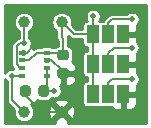
<source format=gbr>
%TF.GenerationSoftware,KiCad,Pcbnew,(5.1.10)-1*%
%TF.CreationDate,2023-09-14T18:46:52-05:00*%
%TF.ProjectId,perovskite_contact_board,7065726f-7673-46b6-9974-655f636f6e74,V3*%
%TF.SameCoordinates,Original*%
%TF.FileFunction,Copper,L2,Bot*%
%TF.FilePolarity,Positive*%
%FSLAX46Y46*%
G04 Gerber Fmt 4.6, Leading zero omitted, Abs format (unit mm)*
G04 Created by KiCad (PCBNEW (5.1.10)-1) date 2023-09-14 18:46:52*
%MOMM*%
%LPD*%
G01*
G04 APERTURE LIST*
%TA.AperFunction,SMDPad,CuDef*%
%ADD10C,1.000000*%
%TD*%
%TA.AperFunction,SMDPad,CuDef*%
%ADD11R,0.500000X0.350000*%
%TD*%
%TA.AperFunction,SMDPad,CuDef*%
%ADD12R,1.000000X1.500000*%
%TD*%
%TA.AperFunction,ViaPad*%
%ADD13C,0.508000*%
%TD*%
%TA.AperFunction,Conductor*%
%ADD14C,0.152400*%
%TD*%
%TA.AperFunction,Conductor*%
%ADD15C,0.254000*%
%TD*%
%TA.AperFunction,Conductor*%
%ADD16C,0.100000*%
%TD*%
G04 APERTURE END LIST*
%TO.P,C2,2*%
%TO.N,GND*%
%TA.AperFunction,SMDPad,CuDef*%
G36*
G01*
X160330000Y-112526000D02*
X160330000Y-113026000D01*
G75*
G02*
X160105000Y-113251000I-225000J0D01*
G01*
X159655000Y-113251000D01*
G75*
G02*
X159430000Y-113026000I0J225000D01*
G01*
X159430000Y-112526000D01*
G75*
G02*
X159655000Y-112301000I225000J0D01*
G01*
X160105000Y-112301000D01*
G75*
G02*
X160330000Y-112526000I0J-225000D01*
G01*
G37*
%TD.AperFunction*%
%TO.P,C2,1*%
%TO.N,VDDF*%
%TA.AperFunction,SMDPad,CuDef*%
G36*
G01*
X161880000Y-112526000D02*
X161880000Y-113026000D01*
G75*
G02*
X161655000Y-113251000I-225000J0D01*
G01*
X161205000Y-113251000D01*
G75*
G02*
X160980000Y-113026000I0J225000D01*
G01*
X160980000Y-112526000D01*
G75*
G02*
X161205000Y-112301000I225000J0D01*
G01*
X161655000Y-112301000D01*
G75*
G02*
X161880000Y-112526000I0J-225000D01*
G01*
G37*
%TD.AperFunction*%
%TD*%
D10*
%TO.P,JP103.12,1*%
%TO.N,SDA*%
X159766000Y-106934000D03*
%TD*%
%TO.P,JP103.11,1*%
%TO.N,SCL*%
X159766000Y-114554000D03*
%TD*%
%TO.P,JP103.10,1*%
%TO.N,VDDF*%
X162941000Y-106934000D03*
%TD*%
%TO.P,JP103.1,1*%
%TO.N,GND*%
X162941000Y-114554000D03*
%TD*%
D11*
%TO.P,U1,5*%
%TO.N,VDDF*%
X161680000Y-111465000D03*
%TO.P,U1,6*%
X161680000Y-110815000D03*
%TO.P,U1,7*%
%TO.N,GND*%
X161680000Y-110165000D03*
%TO.P,U1,8*%
%TO.N,VDDF*%
X161680000Y-109515000D03*
%TO.P,U1,1*%
%TO.N,GND*%
X159630000Y-109515000D03*
%TO.P,U1,2*%
%TO.N,VDDF*%
X159630000Y-110165000D03*
%TO.P,U1,3*%
%TO.N,SDA*%
X159630000Y-110815000D03*
%TO.P,U1,4*%
%TO.N,SCL*%
X159630000Y-111465000D03*
%TD*%
D12*
%TO.P,A0,1*%
%TO.N,GND*%
X168178000Y-107950000D03*
%TO.P,A0,2*%
%TO.N,Net-(JP3-Pad2)*%
X166878000Y-107950000D03*
%TO.P,A0,3*%
%TO.N,VDDF*%
X165578000Y-107950000D03*
%TD*%
%TO.P,A1,1*%
%TO.N,GND*%
X168178000Y-110490000D03*
%TO.P,A1,2*%
%TO.N,Net-(JP2-Pad2)*%
X166878000Y-110490000D03*
%TO.P,A1,3*%
%TO.N,VDDF*%
X165578000Y-110490000D03*
%TD*%
%TO.P,A2,1*%
%TO.N,GND*%
X168178000Y-113030000D03*
%TO.P,A2,2*%
%TO.N,Net-(JP1-Pad2)*%
X166878000Y-113030000D03*
%TO.P,A2,3*%
%TO.N,VDDF*%
X165578000Y-113030000D03*
%TD*%
%TO.P,C5,2*%
%TO.N,GND*%
%TA.AperFunction,SMDPad,CuDef*%
G36*
G01*
X162818000Y-110815000D02*
X163318000Y-110815000D01*
G75*
G02*
X163543000Y-111040000I0J-225000D01*
G01*
X163543000Y-111490000D01*
G75*
G02*
X163318000Y-111715000I-225000J0D01*
G01*
X162818000Y-111715000D01*
G75*
G02*
X162593000Y-111490000I0J225000D01*
G01*
X162593000Y-111040000D01*
G75*
G02*
X162818000Y-110815000I225000J0D01*
G01*
G37*
%TD.AperFunction*%
%TO.P,C5,1*%
%TO.N,VDDF*%
%TA.AperFunction,SMDPad,CuDef*%
G36*
G01*
X162818000Y-109265000D02*
X163318000Y-109265000D01*
G75*
G02*
X163543000Y-109490000I0J-225000D01*
G01*
X163543000Y-109940000D01*
G75*
G02*
X163318000Y-110165000I-225000J0D01*
G01*
X162818000Y-110165000D01*
G75*
G02*
X162593000Y-109940000I0J225000D01*
G01*
X162593000Y-109490000D01*
G75*
G02*
X162818000Y-109265000I225000J0D01*
G01*
G37*
%TD.AperFunction*%
%TD*%
D13*
%TO.N,GND*%
X163195000Y-112903000D03*
%TO.N,VDDF*%
X165608000Y-106426000D03*
X162306000Y-112776000D03*
%TO.N,Net-(JP1-Pad2)*%
X168910000Y-111760000D03*
%TO.N,Net-(JP2-Pad2)*%
X168910000Y-109093000D03*
%TO.N,Net-(JP3-Pad2)*%
X168910000Y-106680000D03*
%TO.N,SDA*%
X159766000Y-108712000D03*
%TO.N,SCL*%
X158750000Y-111506000D03*
%TD*%
D14*
%TO.N,GND*%
X159880000Y-112776000D02*
X159880000Y-113144000D01*
X161290000Y-114554000D02*
X162941000Y-114554000D01*
X159880000Y-113144000D02*
X161290000Y-114554000D01*
X162941000Y-111023600D02*
X162941000Y-111265000D01*
X162082400Y-110165000D02*
X162941000Y-111023600D01*
X161680000Y-110165000D02*
X162082400Y-110165000D01*
X159630000Y-109515000D02*
X159979000Y-109515000D01*
X159979000Y-109515000D02*
X160528000Y-108966000D01*
X160528000Y-108966000D02*
X160782000Y-108966000D01*
%TO.N,VDDF*%
X165578000Y-107950000D02*
X165578000Y-113030000D01*
X163957000Y-107950000D02*
X162941000Y-106934000D01*
X165578000Y-107950000D02*
X163957000Y-107950000D01*
X165578000Y-106456000D02*
X165608000Y-106426000D01*
X165578000Y-107950000D02*
X165578000Y-106456000D01*
X161680000Y-111465000D02*
X161680000Y-110815000D01*
X159630000Y-110165000D02*
X160218000Y-110165000D01*
X160868000Y-109515000D02*
X161680000Y-109515000D01*
X160218000Y-110165000D02*
X160868000Y-109515000D01*
X161680000Y-112526000D02*
X161430000Y-112776000D01*
X161680000Y-111465000D02*
X161680000Y-112526000D01*
X161430000Y-112776000D02*
X162306000Y-112776000D01*
X162868000Y-109515000D02*
X163068000Y-109715000D01*
X161680000Y-109515000D02*
X162868000Y-109515000D01*
X163068000Y-109715000D02*
X163068000Y-108331000D01*
X162941000Y-108204000D02*
X162941000Y-106934000D01*
X163068000Y-108331000D02*
X162941000Y-108204000D01*
%TO.N,Net-(JP1-Pad2)*%
X167245600Y-111760000D02*
X168910000Y-111760000D01*
X166878000Y-112127600D02*
X167245600Y-111760000D01*
X166878000Y-113030000D02*
X166878000Y-112127600D01*
%TO.N,Net-(JP2-Pad2)*%
X167372600Y-109093000D02*
X168910000Y-109093000D01*
X166878000Y-109587600D02*
X167372600Y-109093000D01*
X166878000Y-110490000D02*
X166878000Y-109587600D01*
%TO.N,Net-(JP3-Pad2)*%
X167245600Y-106680000D02*
X168910000Y-106680000D01*
X166878000Y-107047600D02*
X167245600Y-106680000D01*
X166878000Y-107950000D02*
X166878000Y-107047600D01*
%TO.N,SDA*%
X159766000Y-108712000D02*
X159766000Y-106934000D01*
X159406790Y-108712000D02*
X159766000Y-108712000D01*
X159151399Y-108967391D02*
X159406790Y-108712000D01*
X159151399Y-110522881D02*
X159151399Y-108967391D01*
X159443518Y-110815000D02*
X159151399Y-110522881D01*
X159630000Y-110815000D02*
X159443518Y-110815000D01*
%TO.N,SCL*%
X158791000Y-111465000D02*
X158750000Y-111506000D01*
X159630000Y-111465000D02*
X158791000Y-111465000D01*
X158750000Y-113538000D02*
X159766000Y-114554000D01*
X158750000Y-111506000D02*
X158750000Y-113538000D01*
%TD*%
D15*
%TO.N,GND*%
X170130001Y-115520000D02*
X163508660Y-115520000D01*
X163539561Y-115332166D01*
X162941000Y-114733605D01*
X162342439Y-115332166D01*
X162373340Y-115520000D01*
X158165000Y-115520000D01*
X158165000Y-111753019D01*
X158187271Y-111806785D01*
X158256764Y-111910789D01*
X158292800Y-111946825D01*
X158292801Y-113515540D01*
X158290589Y-113538000D01*
X158299416Y-113627626D01*
X158325560Y-113713809D01*
X158361761Y-113781537D01*
X158368014Y-113793236D01*
X158425148Y-113862853D01*
X158442593Y-113877170D01*
X158909497Y-114344074D01*
X158885000Y-114467229D01*
X158885000Y-114640771D01*
X158918856Y-114810978D01*
X158985268Y-114971310D01*
X159081682Y-115115605D01*
X159204395Y-115238318D01*
X159348690Y-115334732D01*
X159509022Y-115401144D01*
X159679229Y-115435000D01*
X159852771Y-115435000D01*
X160022978Y-115401144D01*
X160183310Y-115334732D01*
X160327605Y-115238318D01*
X160450318Y-115115605D01*
X160546732Y-114971310D01*
X160613144Y-114810978D01*
X160647000Y-114640771D01*
X160647000Y-114636406D01*
X161803489Y-114636406D01*
X161841423Y-114856740D01*
X161921613Y-115065440D01*
X161949412Y-115117450D01*
X162162834Y-115152561D01*
X162761395Y-114554000D01*
X163120605Y-114554000D01*
X163719166Y-115152561D01*
X163932588Y-115117450D01*
X164023458Y-114913174D01*
X164072731Y-114695095D01*
X164078511Y-114471594D01*
X164040577Y-114251260D01*
X163960387Y-114042560D01*
X163932588Y-113990550D01*
X163719166Y-113955439D01*
X163120605Y-114554000D01*
X162761395Y-114554000D01*
X162162834Y-113955439D01*
X161949412Y-113990550D01*
X161858542Y-114194826D01*
X161809269Y-114412905D01*
X161803489Y-114636406D01*
X160647000Y-114636406D01*
X160647000Y-114467229D01*
X160613144Y-114297022D01*
X160546732Y-114136690D01*
X160450318Y-113992395D01*
X160345471Y-113887548D01*
X160454482Y-113876812D01*
X160574180Y-113840502D01*
X160684494Y-113781537D01*
X160691443Y-113775834D01*
X162342439Y-113775834D01*
X162941000Y-114374395D01*
X163539561Y-113775834D01*
X163504450Y-113562412D01*
X163300174Y-113471542D01*
X163082095Y-113422269D01*
X162858594Y-113416489D01*
X162638260Y-113454423D01*
X162429560Y-113534613D01*
X162377550Y-113562412D01*
X162342439Y-113775834D01*
X160691443Y-113775834D01*
X160781185Y-113702185D01*
X160860537Y-113605494D01*
X160892843Y-113545055D01*
X160972389Y-113587574D01*
X161086416Y-113622163D01*
X161205000Y-113633843D01*
X161655000Y-113633843D01*
X161773584Y-113622163D01*
X161887611Y-113587574D01*
X161992699Y-113531403D01*
X162084810Y-113455810D01*
X162138687Y-113390160D01*
X162243458Y-113411000D01*
X162368542Y-113411000D01*
X162491223Y-113386597D01*
X162606785Y-113338729D01*
X162710789Y-113269236D01*
X162799236Y-113180789D01*
X162868729Y-113076785D01*
X162916597Y-112961223D01*
X162941000Y-112838542D01*
X162941000Y-112713458D01*
X162916597Y-112590777D01*
X162868729Y-112475215D01*
X162799236Y-112371211D01*
X162778092Y-112350067D01*
X162782250Y-112350000D01*
X162941000Y-112191250D01*
X162941000Y-111392000D01*
X163195000Y-111392000D01*
X163195000Y-112191250D01*
X163353750Y-112350000D01*
X163543000Y-112353072D01*
X163667482Y-112340812D01*
X163787180Y-112304502D01*
X163897494Y-112245537D01*
X163994185Y-112166185D01*
X164073537Y-112069494D01*
X164132502Y-111959180D01*
X164168812Y-111839482D01*
X164181072Y-111715000D01*
X164178000Y-111550750D01*
X164019250Y-111392000D01*
X163195000Y-111392000D01*
X162941000Y-111392000D01*
X162921000Y-111392000D01*
X162921000Y-111138000D01*
X162941000Y-111138000D01*
X162941000Y-111118000D01*
X163195000Y-111118000D01*
X163195000Y-111138000D01*
X164019250Y-111138000D01*
X164178000Y-110979250D01*
X164181072Y-110815000D01*
X164168812Y-110690518D01*
X164132502Y-110570820D01*
X164073537Y-110460506D01*
X163994185Y-110363815D01*
X163897494Y-110284463D01*
X163837055Y-110252157D01*
X163879574Y-110172611D01*
X163914163Y-110058584D01*
X163925843Y-109940000D01*
X163925843Y-109490000D01*
X163914163Y-109371416D01*
X163879574Y-109257389D01*
X163823403Y-109152301D01*
X163747810Y-109060190D01*
X163655699Y-108984597D01*
X163550611Y-108928426D01*
X163525200Y-108920718D01*
X163525200Y-108353449D01*
X163527411Y-108330999D01*
X163525200Y-108308549D01*
X163525200Y-108308540D01*
X163518585Y-108241373D01*
X163492441Y-108155191D01*
X163465834Y-108105412D01*
X163617830Y-108257408D01*
X163632147Y-108274853D01*
X163701764Y-108331987D01*
X163781191Y-108374441D01*
X163867373Y-108400585D01*
X163934540Y-108407200D01*
X163934550Y-108407200D01*
X163957000Y-108409411D01*
X163979450Y-108407200D01*
X164695157Y-108407200D01*
X164695157Y-108700000D01*
X164702513Y-108774689D01*
X164724299Y-108846508D01*
X164759678Y-108912696D01*
X164807289Y-108970711D01*
X164865304Y-109018322D01*
X164931492Y-109053701D01*
X165003311Y-109075487D01*
X165078000Y-109082843D01*
X165120800Y-109082843D01*
X165120800Y-109357157D01*
X165078000Y-109357157D01*
X165003311Y-109364513D01*
X164931492Y-109386299D01*
X164865304Y-109421678D01*
X164807289Y-109469289D01*
X164759678Y-109527304D01*
X164724299Y-109593492D01*
X164702513Y-109665311D01*
X164695157Y-109740000D01*
X164695157Y-111240000D01*
X164702513Y-111314689D01*
X164724299Y-111386508D01*
X164759678Y-111452696D01*
X164807289Y-111510711D01*
X164865304Y-111558322D01*
X164931492Y-111593701D01*
X165003311Y-111615487D01*
X165078000Y-111622843D01*
X165120801Y-111622843D01*
X165120801Y-111897157D01*
X165078000Y-111897157D01*
X165003311Y-111904513D01*
X164931492Y-111926299D01*
X164865304Y-111961678D01*
X164807289Y-112009289D01*
X164759678Y-112067304D01*
X164724299Y-112133492D01*
X164702513Y-112205311D01*
X164695157Y-112280000D01*
X164695157Y-113780000D01*
X164702513Y-113854689D01*
X164724299Y-113926508D01*
X164759678Y-113992696D01*
X164807289Y-114050711D01*
X164865304Y-114098322D01*
X164931492Y-114133701D01*
X165003311Y-114155487D01*
X165078000Y-114162843D01*
X166078000Y-114162843D01*
X166152689Y-114155487D01*
X166224508Y-114133701D01*
X166228000Y-114131834D01*
X166231492Y-114133701D01*
X166303311Y-114155487D01*
X166378000Y-114162843D01*
X167170728Y-114162843D01*
X167226815Y-114231185D01*
X167323506Y-114310537D01*
X167433820Y-114369502D01*
X167553518Y-114405812D01*
X167678000Y-114418072D01*
X167892250Y-114415000D01*
X168051000Y-114256250D01*
X168051000Y-113157000D01*
X168305000Y-113157000D01*
X168305000Y-114256250D01*
X168463750Y-114415000D01*
X168678000Y-114418072D01*
X168802482Y-114405812D01*
X168922180Y-114369502D01*
X169032494Y-114310537D01*
X169129185Y-114231185D01*
X169208537Y-114134494D01*
X169267502Y-114024180D01*
X169303812Y-113904482D01*
X169316072Y-113780000D01*
X169313000Y-113315750D01*
X169154250Y-113157000D01*
X168305000Y-113157000D01*
X168051000Y-113157000D01*
X168031000Y-113157000D01*
X168031000Y-112903000D01*
X168051000Y-112903000D01*
X168051000Y-112883000D01*
X168305000Y-112883000D01*
X168305000Y-112903000D01*
X169154250Y-112903000D01*
X169313000Y-112744250D01*
X169316072Y-112280000D01*
X169313520Y-112254084D01*
X169314789Y-112253236D01*
X169403236Y-112164789D01*
X169472729Y-112060785D01*
X169520597Y-111945223D01*
X169545000Y-111822542D01*
X169545000Y-111697458D01*
X169520597Y-111574777D01*
X169472729Y-111459215D01*
X169403236Y-111355211D01*
X169314789Y-111266764D01*
X169313520Y-111265916D01*
X169316072Y-111240000D01*
X169313000Y-110775750D01*
X169154250Y-110617000D01*
X168305000Y-110617000D01*
X168305000Y-110637000D01*
X168051000Y-110637000D01*
X168051000Y-110617000D01*
X168031000Y-110617000D01*
X168031000Y-110363000D01*
X168051000Y-110363000D01*
X168051000Y-110343000D01*
X168305000Y-110343000D01*
X168305000Y-110363000D01*
X169154250Y-110363000D01*
X169313000Y-110204250D01*
X169316072Y-109740000D01*
X169303812Y-109615518D01*
X169298276Y-109597269D01*
X169314789Y-109586236D01*
X169403236Y-109497789D01*
X169472729Y-109393785D01*
X169520597Y-109278223D01*
X169545000Y-109155542D01*
X169545000Y-109030458D01*
X169520597Y-108907777D01*
X169472729Y-108792215D01*
X169403236Y-108688211D01*
X169315413Y-108600388D01*
X169313000Y-108235750D01*
X169154250Y-108077000D01*
X168305000Y-108077000D01*
X168305000Y-108097000D01*
X168051000Y-108097000D01*
X168051000Y-108077000D01*
X168031000Y-108077000D01*
X168031000Y-107823000D01*
X168051000Y-107823000D01*
X168051000Y-107803000D01*
X168305000Y-107803000D01*
X168305000Y-107823000D01*
X169154250Y-107823000D01*
X169313000Y-107664250D01*
X169316072Y-107200000D01*
X169313520Y-107174084D01*
X169314789Y-107173236D01*
X169403236Y-107084789D01*
X169472729Y-106980785D01*
X169520597Y-106865223D01*
X169545000Y-106742542D01*
X169545000Y-106617458D01*
X169520597Y-106494777D01*
X169472729Y-106379215D01*
X169403236Y-106275211D01*
X169314789Y-106186764D01*
X169210785Y-106117271D01*
X169095223Y-106069403D01*
X168972542Y-106045000D01*
X168847458Y-106045000D01*
X168724777Y-106069403D01*
X168609215Y-106117271D01*
X168505211Y-106186764D01*
X168469175Y-106222800D01*
X167268050Y-106222800D01*
X167245600Y-106220589D01*
X167223150Y-106222800D01*
X167223140Y-106222800D01*
X167155973Y-106229415D01*
X167069791Y-106255559D01*
X166990364Y-106298013D01*
X166920747Y-106355147D01*
X166906430Y-106372592D01*
X166570592Y-106708431D01*
X166553148Y-106722747D01*
X166538831Y-106740192D01*
X166538830Y-106740193D01*
X166496013Y-106792365D01*
X166482762Y-106817157D01*
X166378000Y-106817157D01*
X166303311Y-106824513D01*
X166231492Y-106846299D01*
X166228000Y-106848166D01*
X166224508Y-106846299D01*
X166152689Y-106824513D01*
X166108347Y-106820146D01*
X166170729Y-106726785D01*
X166218597Y-106611223D01*
X166243000Y-106488542D01*
X166243000Y-106363458D01*
X166218597Y-106240777D01*
X166170729Y-106125215D01*
X166101236Y-106021211D01*
X166012789Y-105932764D01*
X165908785Y-105863271D01*
X165793223Y-105815403D01*
X165670542Y-105791000D01*
X165545458Y-105791000D01*
X165422777Y-105815403D01*
X165307215Y-105863271D01*
X165203211Y-105932764D01*
X165114764Y-106021211D01*
X165045271Y-106125215D01*
X164997403Y-106240777D01*
X164973000Y-106363458D01*
X164973000Y-106488542D01*
X164997403Y-106611223D01*
X165045271Y-106726785D01*
X165105655Y-106817157D01*
X165078000Y-106817157D01*
X165003311Y-106824513D01*
X164931492Y-106846299D01*
X164865304Y-106881678D01*
X164807289Y-106929289D01*
X164759678Y-106987304D01*
X164724299Y-107053492D01*
X164702513Y-107125311D01*
X164695157Y-107200000D01*
X164695157Y-107492800D01*
X164146378Y-107492800D01*
X163797503Y-107143926D01*
X163822000Y-107020771D01*
X163822000Y-106847229D01*
X163788144Y-106677022D01*
X163721732Y-106516690D01*
X163625318Y-106372395D01*
X163502605Y-106249682D01*
X163358310Y-106153268D01*
X163197978Y-106086856D01*
X163027771Y-106053000D01*
X162854229Y-106053000D01*
X162684022Y-106086856D01*
X162523690Y-106153268D01*
X162379395Y-106249682D01*
X162256682Y-106372395D01*
X162160268Y-106516690D01*
X162093856Y-106677022D01*
X162060000Y-106847229D01*
X162060000Y-107020771D01*
X162093856Y-107190978D01*
X162160268Y-107351310D01*
X162256682Y-107495605D01*
X162379395Y-107618318D01*
X162483800Y-107688079D01*
X162483800Y-108181550D01*
X162481589Y-108204000D01*
X162483800Y-108226450D01*
X162483800Y-108226459D01*
X162490415Y-108293626D01*
X162516559Y-108379808D01*
X162559013Y-108459235D01*
X162610801Y-108522339D01*
X162610801Y-108920718D01*
X162585389Y-108928426D01*
X162480301Y-108984597D01*
X162391102Y-109057800D01*
X162186711Y-109057800D01*
X162142696Y-109021678D01*
X162076508Y-108986299D01*
X162004689Y-108964513D01*
X161930000Y-108957157D01*
X161430000Y-108957157D01*
X161355311Y-108964513D01*
X161283492Y-108986299D01*
X161217304Y-109021678D01*
X161173289Y-109057800D01*
X160890450Y-109057800D01*
X160868000Y-109055589D01*
X160845550Y-109057800D01*
X160845540Y-109057800D01*
X160778373Y-109064415D01*
X160692191Y-109090559D01*
X160623445Y-109127304D01*
X160612764Y-109133013D01*
X160576032Y-109163159D01*
X160543147Y-109190147D01*
X160528830Y-109207592D01*
X160505891Y-109230531D01*
X160502086Y-109198068D01*
X160462443Y-109079432D01*
X160400417Y-108970810D01*
X160363650Y-108928480D01*
X160376597Y-108897223D01*
X160401000Y-108774542D01*
X160401000Y-108649458D01*
X160376597Y-108526777D01*
X160328729Y-108411215D01*
X160259236Y-108307211D01*
X160223200Y-108271175D01*
X160223200Y-107688079D01*
X160327605Y-107618318D01*
X160450318Y-107495605D01*
X160546732Y-107351310D01*
X160613144Y-107190978D01*
X160647000Y-107020771D01*
X160647000Y-106847229D01*
X160613144Y-106677022D01*
X160546732Y-106516690D01*
X160450318Y-106372395D01*
X160327605Y-106249682D01*
X160183310Y-106153268D01*
X160022978Y-106086856D01*
X159852771Y-106053000D01*
X159679229Y-106053000D01*
X159509022Y-106086856D01*
X159348690Y-106153268D01*
X159204395Y-106249682D01*
X159081682Y-106372395D01*
X158985268Y-106516690D01*
X158918856Y-106677022D01*
X158885000Y-106847229D01*
X158885000Y-107020771D01*
X158918856Y-107190978D01*
X158985268Y-107351310D01*
X159081682Y-107495605D01*
X159204395Y-107618318D01*
X159308801Y-107688079D01*
X159308800Y-108263952D01*
X159230981Y-108287559D01*
X159194214Y-108307211D01*
X159151553Y-108330013D01*
X159124532Y-108352190D01*
X159081937Y-108387147D01*
X159067616Y-108404597D01*
X158843992Y-108628221D01*
X158826547Y-108642538D01*
X158812230Y-108659983D01*
X158812229Y-108659984D01*
X158769412Y-108712156D01*
X158746277Y-108755440D01*
X158726959Y-108791582D01*
X158701237Y-108876375D01*
X158700815Y-108877765D01*
X158691988Y-108967391D01*
X158694200Y-108989851D01*
X158694199Y-110500431D01*
X158691988Y-110522881D01*
X158694199Y-110545331D01*
X158694199Y-110545340D01*
X158700814Y-110612507D01*
X158726958Y-110698689D01*
X158769412Y-110778116D01*
X158826546Y-110847734D01*
X158843996Y-110862055D01*
X158862972Y-110881031D01*
X158812542Y-110871000D01*
X158687458Y-110871000D01*
X158564777Y-110895403D01*
X158449215Y-110943271D01*
X158345211Y-111012764D01*
X158256764Y-111101211D01*
X158187271Y-111205215D01*
X158165000Y-111258981D01*
X158165000Y-105460000D01*
X170130000Y-105460000D01*
X170130001Y-115520000D01*
%TA.AperFunction,Conductor*%
D16*
G36*
X170130001Y-115520000D02*
G01*
X163508660Y-115520000D01*
X163539561Y-115332166D01*
X162941000Y-114733605D01*
X162342439Y-115332166D01*
X162373340Y-115520000D01*
X158165000Y-115520000D01*
X158165000Y-111753019D01*
X158187271Y-111806785D01*
X158256764Y-111910789D01*
X158292800Y-111946825D01*
X158292801Y-113515540D01*
X158290589Y-113538000D01*
X158299416Y-113627626D01*
X158325560Y-113713809D01*
X158361761Y-113781537D01*
X158368014Y-113793236D01*
X158425148Y-113862853D01*
X158442593Y-113877170D01*
X158909497Y-114344074D01*
X158885000Y-114467229D01*
X158885000Y-114640771D01*
X158918856Y-114810978D01*
X158985268Y-114971310D01*
X159081682Y-115115605D01*
X159204395Y-115238318D01*
X159348690Y-115334732D01*
X159509022Y-115401144D01*
X159679229Y-115435000D01*
X159852771Y-115435000D01*
X160022978Y-115401144D01*
X160183310Y-115334732D01*
X160327605Y-115238318D01*
X160450318Y-115115605D01*
X160546732Y-114971310D01*
X160613144Y-114810978D01*
X160647000Y-114640771D01*
X160647000Y-114636406D01*
X161803489Y-114636406D01*
X161841423Y-114856740D01*
X161921613Y-115065440D01*
X161949412Y-115117450D01*
X162162834Y-115152561D01*
X162761395Y-114554000D01*
X163120605Y-114554000D01*
X163719166Y-115152561D01*
X163932588Y-115117450D01*
X164023458Y-114913174D01*
X164072731Y-114695095D01*
X164078511Y-114471594D01*
X164040577Y-114251260D01*
X163960387Y-114042560D01*
X163932588Y-113990550D01*
X163719166Y-113955439D01*
X163120605Y-114554000D01*
X162761395Y-114554000D01*
X162162834Y-113955439D01*
X161949412Y-113990550D01*
X161858542Y-114194826D01*
X161809269Y-114412905D01*
X161803489Y-114636406D01*
X160647000Y-114636406D01*
X160647000Y-114467229D01*
X160613144Y-114297022D01*
X160546732Y-114136690D01*
X160450318Y-113992395D01*
X160345471Y-113887548D01*
X160454482Y-113876812D01*
X160574180Y-113840502D01*
X160684494Y-113781537D01*
X160691443Y-113775834D01*
X162342439Y-113775834D01*
X162941000Y-114374395D01*
X163539561Y-113775834D01*
X163504450Y-113562412D01*
X163300174Y-113471542D01*
X163082095Y-113422269D01*
X162858594Y-113416489D01*
X162638260Y-113454423D01*
X162429560Y-113534613D01*
X162377550Y-113562412D01*
X162342439Y-113775834D01*
X160691443Y-113775834D01*
X160781185Y-113702185D01*
X160860537Y-113605494D01*
X160892843Y-113545055D01*
X160972389Y-113587574D01*
X161086416Y-113622163D01*
X161205000Y-113633843D01*
X161655000Y-113633843D01*
X161773584Y-113622163D01*
X161887611Y-113587574D01*
X161992699Y-113531403D01*
X162084810Y-113455810D01*
X162138687Y-113390160D01*
X162243458Y-113411000D01*
X162368542Y-113411000D01*
X162491223Y-113386597D01*
X162606785Y-113338729D01*
X162710789Y-113269236D01*
X162799236Y-113180789D01*
X162868729Y-113076785D01*
X162916597Y-112961223D01*
X162941000Y-112838542D01*
X162941000Y-112713458D01*
X162916597Y-112590777D01*
X162868729Y-112475215D01*
X162799236Y-112371211D01*
X162778092Y-112350067D01*
X162782250Y-112350000D01*
X162941000Y-112191250D01*
X162941000Y-111392000D01*
X163195000Y-111392000D01*
X163195000Y-112191250D01*
X163353750Y-112350000D01*
X163543000Y-112353072D01*
X163667482Y-112340812D01*
X163787180Y-112304502D01*
X163897494Y-112245537D01*
X163994185Y-112166185D01*
X164073537Y-112069494D01*
X164132502Y-111959180D01*
X164168812Y-111839482D01*
X164181072Y-111715000D01*
X164178000Y-111550750D01*
X164019250Y-111392000D01*
X163195000Y-111392000D01*
X162941000Y-111392000D01*
X162921000Y-111392000D01*
X162921000Y-111138000D01*
X162941000Y-111138000D01*
X162941000Y-111118000D01*
X163195000Y-111118000D01*
X163195000Y-111138000D01*
X164019250Y-111138000D01*
X164178000Y-110979250D01*
X164181072Y-110815000D01*
X164168812Y-110690518D01*
X164132502Y-110570820D01*
X164073537Y-110460506D01*
X163994185Y-110363815D01*
X163897494Y-110284463D01*
X163837055Y-110252157D01*
X163879574Y-110172611D01*
X163914163Y-110058584D01*
X163925843Y-109940000D01*
X163925843Y-109490000D01*
X163914163Y-109371416D01*
X163879574Y-109257389D01*
X163823403Y-109152301D01*
X163747810Y-109060190D01*
X163655699Y-108984597D01*
X163550611Y-108928426D01*
X163525200Y-108920718D01*
X163525200Y-108353449D01*
X163527411Y-108330999D01*
X163525200Y-108308549D01*
X163525200Y-108308540D01*
X163518585Y-108241373D01*
X163492441Y-108155191D01*
X163465834Y-108105412D01*
X163617830Y-108257408D01*
X163632147Y-108274853D01*
X163701764Y-108331987D01*
X163781191Y-108374441D01*
X163867373Y-108400585D01*
X163934540Y-108407200D01*
X163934550Y-108407200D01*
X163957000Y-108409411D01*
X163979450Y-108407200D01*
X164695157Y-108407200D01*
X164695157Y-108700000D01*
X164702513Y-108774689D01*
X164724299Y-108846508D01*
X164759678Y-108912696D01*
X164807289Y-108970711D01*
X164865304Y-109018322D01*
X164931492Y-109053701D01*
X165003311Y-109075487D01*
X165078000Y-109082843D01*
X165120800Y-109082843D01*
X165120800Y-109357157D01*
X165078000Y-109357157D01*
X165003311Y-109364513D01*
X164931492Y-109386299D01*
X164865304Y-109421678D01*
X164807289Y-109469289D01*
X164759678Y-109527304D01*
X164724299Y-109593492D01*
X164702513Y-109665311D01*
X164695157Y-109740000D01*
X164695157Y-111240000D01*
X164702513Y-111314689D01*
X164724299Y-111386508D01*
X164759678Y-111452696D01*
X164807289Y-111510711D01*
X164865304Y-111558322D01*
X164931492Y-111593701D01*
X165003311Y-111615487D01*
X165078000Y-111622843D01*
X165120801Y-111622843D01*
X165120801Y-111897157D01*
X165078000Y-111897157D01*
X165003311Y-111904513D01*
X164931492Y-111926299D01*
X164865304Y-111961678D01*
X164807289Y-112009289D01*
X164759678Y-112067304D01*
X164724299Y-112133492D01*
X164702513Y-112205311D01*
X164695157Y-112280000D01*
X164695157Y-113780000D01*
X164702513Y-113854689D01*
X164724299Y-113926508D01*
X164759678Y-113992696D01*
X164807289Y-114050711D01*
X164865304Y-114098322D01*
X164931492Y-114133701D01*
X165003311Y-114155487D01*
X165078000Y-114162843D01*
X166078000Y-114162843D01*
X166152689Y-114155487D01*
X166224508Y-114133701D01*
X166228000Y-114131834D01*
X166231492Y-114133701D01*
X166303311Y-114155487D01*
X166378000Y-114162843D01*
X167170728Y-114162843D01*
X167226815Y-114231185D01*
X167323506Y-114310537D01*
X167433820Y-114369502D01*
X167553518Y-114405812D01*
X167678000Y-114418072D01*
X167892250Y-114415000D01*
X168051000Y-114256250D01*
X168051000Y-113157000D01*
X168305000Y-113157000D01*
X168305000Y-114256250D01*
X168463750Y-114415000D01*
X168678000Y-114418072D01*
X168802482Y-114405812D01*
X168922180Y-114369502D01*
X169032494Y-114310537D01*
X169129185Y-114231185D01*
X169208537Y-114134494D01*
X169267502Y-114024180D01*
X169303812Y-113904482D01*
X169316072Y-113780000D01*
X169313000Y-113315750D01*
X169154250Y-113157000D01*
X168305000Y-113157000D01*
X168051000Y-113157000D01*
X168031000Y-113157000D01*
X168031000Y-112903000D01*
X168051000Y-112903000D01*
X168051000Y-112883000D01*
X168305000Y-112883000D01*
X168305000Y-112903000D01*
X169154250Y-112903000D01*
X169313000Y-112744250D01*
X169316072Y-112280000D01*
X169313520Y-112254084D01*
X169314789Y-112253236D01*
X169403236Y-112164789D01*
X169472729Y-112060785D01*
X169520597Y-111945223D01*
X169545000Y-111822542D01*
X169545000Y-111697458D01*
X169520597Y-111574777D01*
X169472729Y-111459215D01*
X169403236Y-111355211D01*
X169314789Y-111266764D01*
X169313520Y-111265916D01*
X169316072Y-111240000D01*
X169313000Y-110775750D01*
X169154250Y-110617000D01*
X168305000Y-110617000D01*
X168305000Y-110637000D01*
X168051000Y-110637000D01*
X168051000Y-110617000D01*
X168031000Y-110617000D01*
X168031000Y-110363000D01*
X168051000Y-110363000D01*
X168051000Y-110343000D01*
X168305000Y-110343000D01*
X168305000Y-110363000D01*
X169154250Y-110363000D01*
X169313000Y-110204250D01*
X169316072Y-109740000D01*
X169303812Y-109615518D01*
X169298276Y-109597269D01*
X169314789Y-109586236D01*
X169403236Y-109497789D01*
X169472729Y-109393785D01*
X169520597Y-109278223D01*
X169545000Y-109155542D01*
X169545000Y-109030458D01*
X169520597Y-108907777D01*
X169472729Y-108792215D01*
X169403236Y-108688211D01*
X169315413Y-108600388D01*
X169313000Y-108235750D01*
X169154250Y-108077000D01*
X168305000Y-108077000D01*
X168305000Y-108097000D01*
X168051000Y-108097000D01*
X168051000Y-108077000D01*
X168031000Y-108077000D01*
X168031000Y-107823000D01*
X168051000Y-107823000D01*
X168051000Y-107803000D01*
X168305000Y-107803000D01*
X168305000Y-107823000D01*
X169154250Y-107823000D01*
X169313000Y-107664250D01*
X169316072Y-107200000D01*
X169313520Y-107174084D01*
X169314789Y-107173236D01*
X169403236Y-107084789D01*
X169472729Y-106980785D01*
X169520597Y-106865223D01*
X169545000Y-106742542D01*
X169545000Y-106617458D01*
X169520597Y-106494777D01*
X169472729Y-106379215D01*
X169403236Y-106275211D01*
X169314789Y-106186764D01*
X169210785Y-106117271D01*
X169095223Y-106069403D01*
X168972542Y-106045000D01*
X168847458Y-106045000D01*
X168724777Y-106069403D01*
X168609215Y-106117271D01*
X168505211Y-106186764D01*
X168469175Y-106222800D01*
X167268050Y-106222800D01*
X167245600Y-106220589D01*
X167223150Y-106222800D01*
X167223140Y-106222800D01*
X167155973Y-106229415D01*
X167069791Y-106255559D01*
X166990364Y-106298013D01*
X166920747Y-106355147D01*
X166906430Y-106372592D01*
X166570592Y-106708431D01*
X166553148Y-106722747D01*
X166538831Y-106740192D01*
X166538830Y-106740193D01*
X166496013Y-106792365D01*
X166482762Y-106817157D01*
X166378000Y-106817157D01*
X166303311Y-106824513D01*
X166231492Y-106846299D01*
X166228000Y-106848166D01*
X166224508Y-106846299D01*
X166152689Y-106824513D01*
X166108347Y-106820146D01*
X166170729Y-106726785D01*
X166218597Y-106611223D01*
X166243000Y-106488542D01*
X166243000Y-106363458D01*
X166218597Y-106240777D01*
X166170729Y-106125215D01*
X166101236Y-106021211D01*
X166012789Y-105932764D01*
X165908785Y-105863271D01*
X165793223Y-105815403D01*
X165670542Y-105791000D01*
X165545458Y-105791000D01*
X165422777Y-105815403D01*
X165307215Y-105863271D01*
X165203211Y-105932764D01*
X165114764Y-106021211D01*
X165045271Y-106125215D01*
X164997403Y-106240777D01*
X164973000Y-106363458D01*
X164973000Y-106488542D01*
X164997403Y-106611223D01*
X165045271Y-106726785D01*
X165105655Y-106817157D01*
X165078000Y-106817157D01*
X165003311Y-106824513D01*
X164931492Y-106846299D01*
X164865304Y-106881678D01*
X164807289Y-106929289D01*
X164759678Y-106987304D01*
X164724299Y-107053492D01*
X164702513Y-107125311D01*
X164695157Y-107200000D01*
X164695157Y-107492800D01*
X164146378Y-107492800D01*
X163797503Y-107143926D01*
X163822000Y-107020771D01*
X163822000Y-106847229D01*
X163788144Y-106677022D01*
X163721732Y-106516690D01*
X163625318Y-106372395D01*
X163502605Y-106249682D01*
X163358310Y-106153268D01*
X163197978Y-106086856D01*
X163027771Y-106053000D01*
X162854229Y-106053000D01*
X162684022Y-106086856D01*
X162523690Y-106153268D01*
X162379395Y-106249682D01*
X162256682Y-106372395D01*
X162160268Y-106516690D01*
X162093856Y-106677022D01*
X162060000Y-106847229D01*
X162060000Y-107020771D01*
X162093856Y-107190978D01*
X162160268Y-107351310D01*
X162256682Y-107495605D01*
X162379395Y-107618318D01*
X162483800Y-107688079D01*
X162483800Y-108181550D01*
X162481589Y-108204000D01*
X162483800Y-108226450D01*
X162483800Y-108226459D01*
X162490415Y-108293626D01*
X162516559Y-108379808D01*
X162559013Y-108459235D01*
X162610801Y-108522339D01*
X162610801Y-108920718D01*
X162585389Y-108928426D01*
X162480301Y-108984597D01*
X162391102Y-109057800D01*
X162186711Y-109057800D01*
X162142696Y-109021678D01*
X162076508Y-108986299D01*
X162004689Y-108964513D01*
X161930000Y-108957157D01*
X161430000Y-108957157D01*
X161355311Y-108964513D01*
X161283492Y-108986299D01*
X161217304Y-109021678D01*
X161173289Y-109057800D01*
X160890450Y-109057800D01*
X160868000Y-109055589D01*
X160845550Y-109057800D01*
X160845540Y-109057800D01*
X160778373Y-109064415D01*
X160692191Y-109090559D01*
X160623445Y-109127304D01*
X160612764Y-109133013D01*
X160576032Y-109163159D01*
X160543147Y-109190147D01*
X160528830Y-109207592D01*
X160505891Y-109230531D01*
X160502086Y-109198068D01*
X160462443Y-109079432D01*
X160400417Y-108970810D01*
X160363650Y-108928480D01*
X160376597Y-108897223D01*
X160401000Y-108774542D01*
X160401000Y-108649458D01*
X160376597Y-108526777D01*
X160328729Y-108411215D01*
X160259236Y-108307211D01*
X160223200Y-108271175D01*
X160223200Y-107688079D01*
X160327605Y-107618318D01*
X160450318Y-107495605D01*
X160546732Y-107351310D01*
X160613144Y-107190978D01*
X160647000Y-107020771D01*
X160647000Y-106847229D01*
X160613144Y-106677022D01*
X160546732Y-106516690D01*
X160450318Y-106372395D01*
X160327605Y-106249682D01*
X160183310Y-106153268D01*
X160022978Y-106086856D01*
X159852771Y-106053000D01*
X159679229Y-106053000D01*
X159509022Y-106086856D01*
X159348690Y-106153268D01*
X159204395Y-106249682D01*
X159081682Y-106372395D01*
X158985268Y-106516690D01*
X158918856Y-106677022D01*
X158885000Y-106847229D01*
X158885000Y-107020771D01*
X158918856Y-107190978D01*
X158985268Y-107351310D01*
X159081682Y-107495605D01*
X159204395Y-107618318D01*
X159308801Y-107688079D01*
X159308800Y-108263952D01*
X159230981Y-108287559D01*
X159194214Y-108307211D01*
X159151553Y-108330013D01*
X159124532Y-108352190D01*
X159081937Y-108387147D01*
X159067616Y-108404597D01*
X158843992Y-108628221D01*
X158826547Y-108642538D01*
X158812230Y-108659983D01*
X158812229Y-108659984D01*
X158769412Y-108712156D01*
X158746277Y-108755440D01*
X158726959Y-108791582D01*
X158701237Y-108876375D01*
X158700815Y-108877765D01*
X158691988Y-108967391D01*
X158694200Y-108989851D01*
X158694199Y-110500431D01*
X158691988Y-110522881D01*
X158694199Y-110545331D01*
X158694199Y-110545340D01*
X158700814Y-110612507D01*
X158726958Y-110698689D01*
X158769412Y-110778116D01*
X158826546Y-110847734D01*
X158843996Y-110862055D01*
X158862972Y-110881031D01*
X158812542Y-110871000D01*
X158687458Y-110871000D01*
X158564777Y-110895403D01*
X158449215Y-110943271D01*
X158345211Y-111012764D01*
X158256764Y-111101211D01*
X158187271Y-111205215D01*
X158165000Y-111258981D01*
X158165000Y-105460000D01*
X170130000Y-105460000D01*
X170130001Y-115520000D01*
G37*
%TD.AperFunction*%
D15*
X160007000Y-112649000D02*
X160027000Y-112649000D01*
X160027000Y-112903000D01*
X160007000Y-112903000D01*
X160007000Y-112923000D01*
X159753000Y-112923000D01*
X159753000Y-112903000D01*
X159733000Y-112903000D01*
X159733000Y-112649000D01*
X159753000Y-112649000D01*
X159753000Y-112629000D01*
X160007000Y-112629000D01*
X160007000Y-112649000D01*
%TA.AperFunction,Conductor*%
D16*
G36*
X160007000Y-112649000D02*
G01*
X160027000Y-112649000D01*
X160027000Y-112903000D01*
X160007000Y-112903000D01*
X160007000Y-112923000D01*
X159753000Y-112923000D01*
X159753000Y-112903000D01*
X159733000Y-112903000D01*
X159733000Y-112649000D01*
X159753000Y-112649000D01*
X159753000Y-112629000D01*
X160007000Y-112629000D01*
X160007000Y-112649000D01*
G37*
%TD.AperFunction*%
D15*
X161803000Y-110117000D02*
X161827000Y-110117000D01*
X161827000Y-110213000D01*
X161803000Y-110213000D01*
X161803000Y-110257157D01*
X161557000Y-110257157D01*
X161557000Y-110213000D01*
X161533000Y-110213000D01*
X161533000Y-110117000D01*
X161557000Y-110117000D01*
X161557000Y-110072843D01*
X161803000Y-110072843D01*
X161803000Y-110117000D01*
%TA.AperFunction,Conductor*%
D16*
G36*
X161803000Y-110117000D02*
G01*
X161827000Y-110117000D01*
X161827000Y-110213000D01*
X161803000Y-110213000D01*
X161803000Y-110257157D01*
X161557000Y-110257157D01*
X161557000Y-110213000D01*
X161533000Y-110213000D01*
X161533000Y-110117000D01*
X161557000Y-110117000D01*
X161557000Y-110072843D01*
X161803000Y-110072843D01*
X161803000Y-110117000D01*
G37*
%TD.AperFunction*%
D15*
X159753000Y-109467000D02*
X159777000Y-109467000D01*
X159777000Y-109563000D01*
X159753000Y-109563000D01*
X159753000Y-109607157D01*
X159608599Y-109607157D01*
X159608599Y-109368000D01*
X159753000Y-109368000D01*
X159753000Y-109467000D01*
%TA.AperFunction,Conductor*%
D16*
G36*
X159753000Y-109467000D02*
G01*
X159777000Y-109467000D01*
X159777000Y-109563000D01*
X159753000Y-109563000D01*
X159753000Y-109607157D01*
X159608599Y-109607157D01*
X159608599Y-109368000D01*
X159753000Y-109368000D01*
X159753000Y-109467000D01*
G37*
%TD.AperFunction*%
%TD*%
M02*

</source>
